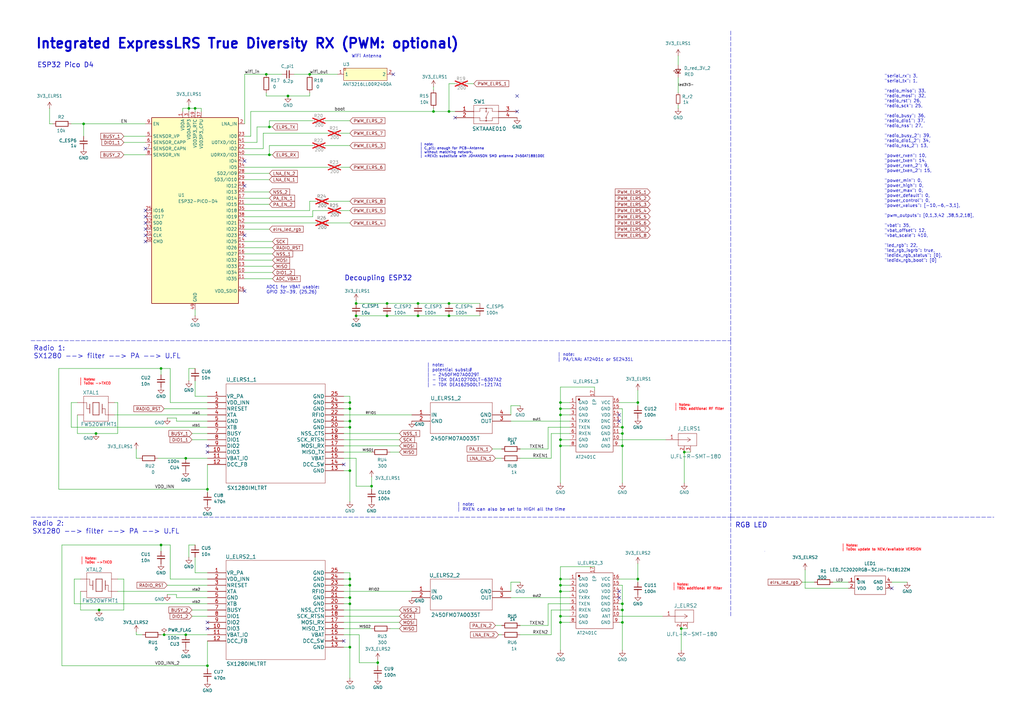
<source format=kicad_sch>
(kicad_sch (version 20231120) (generator "eeschema") (generator_version "8.0")
  (paper "A3")
  (junction (at 67.31 260.35))
  (junction (at 229.87 255.27))
  (junction (at 118.11 39.37))
  (junction (at 255.27 255.27))
  (junction (at 39.37 177.8))
  (junction (at 229.87 237.49))
  (junction (at 255.27 250.19))
  (junction (at 171.45 129.54))
  (junction (at 110.49 52.07))
  (junction (at 76.2 260.35))
  (junction (at 110.49 63.5))
  (junction (at 158.75 124.46))
  (junction (at 177.8 45.72))
  (junction (at 143.51 165.1))
  (junction (at 146.05 124.46))
  (junction (at 229.87 242.57))
  (junction (at 255.27 175.26))
  (junction (at 76.2 187.96))
  (junction (at 66.04 151.13))
  (junction (at 85.09 273.05))
  (junction (at 280.67 185.42))
  (junction (at 255.27 177.8))
  (junction (at 80.01 44.45))
  (junction (at 143.51 247.65))
  (junction (at 85.09 200.66))
  (junction (at 255.27 182.88))
  (junction (at 34.29 50.8))
  (junction (at 184.15 45.72))
  (junction (at 229.87 252.73))
  (junction (at 154.94 271.78))
  (junction (at 152.4 199.39))
  (junction (at 143.51 265.43))
  (junction (at 229.87 240.03))
  (junction (at 143.51 167.64))
  (junction (at 40.64 250.19))
  (junction (at 171.45 124.46))
  (junction (at 143.51 193.04))
  (junction (at 143.51 175.26))
  (junction (at 184.15 129.54))
  (junction (at 229.87 170.18))
  (junction (at 158.75 129.54))
  (junction (at 184.15 124.46))
  (junction (at 66.04 223.52))
  (junction (at 146.05 129.54))
  (junction (at 77.47 44.45))
  (junction (at 109.22 30.48))
  (junction (at 261.62 237.49))
  (junction (at 127 30.48))
  (junction (at 255.27 247.65))
  (junction (at 229.87 167.64))
  (junction (at 143.51 245.11))
  (junction (at 229.87 180.34))
  (junction (at 229.87 165.1))
  (junction (at 261.62 165.1))
  (junction (at 143.51 240.03))
  (junction (at 143.51 237.49))
  (junction (at 279.4 257.81))
  (junction (at 229.87 182.88))
  (junction (at 143.51 172.72))
  (no_connect (at 254 242.57))
  (no_connect (at 59.69 96.52))
  (no_connect (at 365.76 241.3))
  (no_connect (at 140.97 190.5))
  (no_connect (at 100.33 76.2))
  (no_connect (at 59.69 91.44))
  (no_connect (at 161.29 30.48))
  (no_connect (at 59.69 86.36))
  (no_connect (at 85.09 185.42))
  (no_connect (at 100.33 119.38))
  (no_connect (at 85.09 182.88))
  (no_connect (at 85.09 255.27))
  (no_connect (at 59.69 99.06))
  (no_connect (at 59.69 60.96))
  (no_connect (at 85.09 257.81))
  (no_connect (at 140.97 262.89))
  (no_connect (at 59.69 93.98))
  (no_connect (at 100.33 66.04))
  (no_connect (at 254 172.72))
  (no_connect (at 186.69 48.26))
  (no_connect (at 254 170.18))
  (no_connect (at 212.09 45.72))
  (no_connect (at 254 245.11))
  (no_connect (at 100.33 96.52))
  (no_connect (at 59.69 88.9))
  (no_connect (at 212.09 39.37))
  (wire (pts (xy 85.09 201.93) (xy 85.09 200.66)))
  (wire (pts (xy 224.79 175.26) (xy 224.79 184.15)))
  (wire (pts (xy 143.51 265.43) (xy 143.51 278.13)))
  (wire (pts (xy 139.7 68.58) (xy 143.51 68.58)))
  (wire (pts (xy 67.31 260.35) (xy 76.2 260.35)))
  (wire (pts (xy 254 247.65) (xy 255.27 247.65)))
  (wire (pts (xy 72.39 245.11) (xy 72.39 243.84)))
  (wire (pts (xy 229.87 198.12) (xy 229.87 182.88)))
  (wire (pts (xy 243.84 232.41) (xy 229.87 232.41)))
  (wire (pts (xy 254 167.64) (xy 255.27 167.64)))
  (wire (pts (xy 224.79 184.15) (xy 213.36 184.15)))
  (wire (pts (xy 85.09 273.05) (xy 25.4 273.05)))
  (wire (pts (xy 100.33 83.82) (xy 110.49 83.82)))
  (wire (pts (xy 194.31 34.29) (xy 191.77 34.29)))
  (wire (pts (xy 140.97 172.72) (xy 143.51 172.72)))
  (wire (pts (xy 55.88 259.08) (xy 55.88 260.35)))
  (wire (pts (xy 72.39 243.84) (xy 68.58 243.84)))
  (polyline (pts (xy 299.72 212.09) (xy 407.67 212.09)) (stroke (width 0) (type dash)))
  (wire (pts (xy 140.97 247.65) (xy 143.51 247.65)))
  (wire (pts (xy 55.88 184.15) (xy 55.88 187.96)))
  (wire (pts (xy 261.62 231.14) (xy 261.62 237.49)))
  (wire (pts (xy 85.09 260.35) (xy 76.2 260.35)))
  (wire (pts (xy 224.79 175.26) (xy 233.68 175.26)))
  (wire (pts (xy 229.87 255.27) (xy 233.68 255.27)))
  (wire (pts (xy 128.27 59.69) (xy 110.49 59.69)))
  (wire (pts (xy 127 39.37) (xy 127 38.1)))
  (wire (pts (xy 158.75 124.46) (xy 171.45 124.46)))
  (wire (pts (xy 46.99 170.18) (xy 85.09 170.18)))
  (wire (pts (xy 34.29 50.8) (xy 59.69 50.8)))
  (wire (pts (xy 48.26 242.57) (xy 85.09 242.57)))
  (wire (pts (xy 100.33 63.5) (xy 110.49 63.5)))
  (wire (pts (xy 152.4 200.66) (xy 152.4 199.39)))
  (wire (pts (xy 143.51 175.26) (xy 143.51 193.04)))
  (wire (pts (xy 224.79 247.65) (xy 233.68 247.65)))
  (wire (pts (xy 140.97 177.8) (xy 163.83 177.8)))
  (wire (pts (xy 100.33 78.74) (xy 110.49 78.74)))
  (wire (pts (xy 229.87 165.1) (xy 229.87 167.64)))
  (wire (pts (xy 233.68 237.49) (xy 229.87 237.49)))
  (wire (pts (xy 31.75 177.8) (xy 39.37 177.8)))
  (wire (pts (xy 77.47 156.21) (xy 77.47 151.13)))
  (wire (pts (xy 48.26 237.49) (xy 50.8 237.49)))
  (wire (pts (xy 255.27 177.8) (xy 255.27 182.88)))
  (wire (pts (xy 224.79 256.54) (xy 213.36 256.54)))
  (wire (pts (xy 224.79 247.65) (xy 224.79 256.54)))
  (wire (pts (xy 85.09 274.32) (xy 85.09 273.05)))
  (wire (pts (xy 140.97 242.57) (xy 168.91 242.57)))
  (wire (pts (xy 278.13 22.86) (xy 278.13 26.67)))
  (wire (pts (xy 229.87 252.73) (xy 229.87 255.27)))
  (wire (pts (xy 80.01 234.95) (xy 85.09 234.95)))
  (wire (pts (xy 85.09 262.89) (xy 85.09 273.05)))
  (wire (pts (xy 80.01 162.56) (xy 85.09 162.56)))
  (wire (pts (xy 140.97 187.96) (xy 146.05 187.96)))
  (wire (pts (xy 50.8 63.5) (xy 59.69 63.5)))
  (wire (pts (xy 69.85 165.1) (xy 69.85 151.13)))
  (wire (pts (xy 255.27 175.26) (xy 255.27 177.8)))
  (wire (pts (xy 177.8 45.72) (xy 177.8 44.45)))
  (wire (pts (xy 254 165.1) (xy 261.62 165.1)))
  (wire (pts (xy 134.62 91.44) (xy 143.51 91.44)))
  (wire (pts (xy 140.97 180.34) (xy 163.83 180.34)))
  (wire (pts (xy 143.51 172.72) (xy 143.51 175.26)))
  (wire (pts (xy 34.29 55.88) (xy 34.29 50.8)))
  (wire (pts (xy 50.8 55.88) (xy 59.69 55.88)))
  (wire (pts (xy 107.95 60.96) (xy 100.33 60.96)))
  (wire (pts (xy 209.55 166.37) (xy 213.36 166.37)))
  (wire (pts (xy 102.87 45.72) (xy 177.8 45.72)))
  (wire (pts (xy 77.47 43.18) (xy 77.47 44.45)))
  (wire (pts (xy 140.97 165.1) (xy 143.51 165.1)))
  (wire (pts (xy 72.39 172.72) (xy 72.39 171.45)))
  (wire (pts (xy 109.22 30.48) (xy 115.57 30.48)))
  (wire (pts (xy 184.15 129.54) (xy 196.85 129.54)))
  (wire (pts (xy 82.55 44.45) (xy 80.01 44.45)))
  (wire (pts (xy 85.09 200.66) (xy 24.13 200.66)))
  (wire (pts (xy 280.67 185.42) (xy 283.21 185.42)))
  (wire (pts (xy 279.4 257.81) (xy 281.94 257.81)))
  (wire (pts (xy 152.4 195.58) (xy 152.4 199.39)))
  (wire (pts (xy 330.2 233.68) (xy 330.2 241.3)))
  (wire (pts (xy 140.97 257.81) (xy 152.4 257.81)))
  (wire (pts (xy 226.06 177.8) (xy 233.68 177.8)))
  (wire (pts (xy 143.51 247.65) (xy 143.51 265.43)))
  (wire (pts (xy 85.09 172.72) (xy 72.39 172.72)))
  (wire (pts (xy 280.67 198.12) (xy 280.67 185.42)))
  (wire (pts (xy 66.04 260.35) (xy 67.31 260.35)))
  (wire (pts (xy 209.55 238.76) (xy 213.36 238.76)))
  (wire (pts (xy 140.97 260.35) (xy 147.32 260.35)))
  (wire (pts (xy 209.55 172.72) (xy 233.68 172.72)))
  (wire (pts (xy 229.87 237.49) (xy 229.87 240.03)))
  (wire (pts (xy 80.01 228.6) (xy 80.01 234.95)))
  (wire (pts (xy 140.97 193.04) (xy 143.51 193.04)))
  (wire (pts (xy 100.33 30.48) (xy 109.22 30.48)))
  (wire (pts (xy 24.13 200.66) (xy 24.13 151.13)))
  (wire (pts (xy 20.32 50.8) (xy 21.59 50.8)))
  (wire (pts (xy 140.97 167.64) (xy 143.51 167.64)))
  (wire (pts (xy 120.65 30.48) (xy 127 30.48)))
  (wire (pts (xy 77.47 151.13) (xy 80.01 151.13)))
  (wire (pts (xy 328.93 238.76) (xy 334.01 238.76)))
  (wire (pts (xy 254 255.27) (xy 255.27 255.27)))
  (wire (pts (xy 143.51 234.95) (xy 143.51 237.49)))
  (wire (pts (xy 184.15 45.72) (xy 186.69 45.72)))
  (wire (pts (xy 85.09 165.1) (xy 69.85 165.1)))
  (wire (pts (xy 105.41 52.07) (xy 105.41 58.42)))
  (wire (pts (xy 229.87 167.64) (xy 229.87 170.18)))
  (wire (pts (xy 55.88 260.35) (xy 58.42 260.35)))
  (wire (pts (xy 25.4 273.05) (xy 25.4 223.52)))
  (wire (pts (xy 140.97 162.56) (xy 143.51 162.56)))
  (polyline (pts (xy 299.72 139.7) (xy 299.72 212.09)) (stroke (width 0) (type dash)))
  (wire (pts (xy 147.32 271.78) (xy 154.94 271.78)))
  (wire (pts (xy 229.87 182.88) (xy 233.68 182.88)))
  (wire (pts (xy 102.87 55.88) (xy 102.87 45.72)))
  (wire (pts (xy 128.27 86.36) (xy 134.62 86.36)))
  (wire (pts (xy 255.27 247.65) (xy 255.27 250.19)))
  (wire (pts (xy 31.75 170.18) (xy 31.75 177.8)))
  (wire (pts (xy 100.33 106.68) (xy 111.76 106.68)))
  (wire (pts (xy 30.48 237.49) (xy 33.02 237.49)))
  (wire (pts (xy 255.27 240.03) (xy 255.27 247.65)))
  (wire (pts (xy 254 252.73) (xy 271.78 252.73)))
  (wire (pts (xy 154.94 273.05) (xy 154.94 271.78)))
  (wire (pts (xy 29.21 50.8) (xy 34.29 50.8)))
  (wire (pts (xy 100.33 109.22) (xy 111.76 109.22)))
  (wire (pts (xy 109.22 39.37) (xy 118.11 39.37)))
  (wire (pts (xy 100.33 93.98) (xy 110.49 93.98)))
  (wire (pts (xy 140.97 234.95) (xy 143.51 234.95)))
  (wire (pts (xy 140.97 245.11) (xy 143.51 245.11)))
  (wire (pts (xy 186.69 34.29) (xy 184.15 34.29)))
  (wire (pts (xy 255.27 167.64) (xy 255.27 175.26)))
  (wire (pts (xy 233.68 242.57) (xy 229.87 242.57)))
  (polyline (pts (xy 12.7 139.7) (xy 299.72 139.7)) (stroke (width 0) (type dash)))
  (wire (pts (xy 77.47 223.52) (xy 80.01 223.52)))
  (wire (pts (xy 134.62 82.55) (xy 143.51 82.55)))
  (wire (pts (xy 143.51 162.56) (xy 143.51 165.1)))
  (wire (pts (xy 143.51 245.11) (xy 143.51 247.65)))
  (wire (pts (xy 233.68 165.1) (xy 229.87 165.1)))
  (wire (pts (xy 203.2 187.96) (xy 205.74 187.96)))
  (wire (pts (xy 229.87 170.18) (xy 229.87 180.34)))
  (wire (pts (xy 85.09 237.49) (xy 69.85 237.49)))
  (wire (pts (xy 143.51 240.03) (xy 143.51 245.11)))
  (wire (pts (xy 203.2 256.54) (xy 205.74 256.54)))
  (wire (pts (xy 140.97 255.27) (xy 163.83 255.27)))
  (wire (pts (xy 118.11 39.37) (xy 127 39.37)))
  (wire (pts (xy 33.02 242.57) (xy 33.02 250.19)))
  (wire (pts (xy 29.21 175.26) (xy 85.09 175.26)))
  (wire (pts (xy 177.8 35.56) (xy 177.8 36.83)))
  (wire (pts (xy 100.33 68.58) (xy 134.62 68.58)))
  (wire (pts (xy 254 250.19) (xy 255.27 250.19)))
  (wire (pts (xy 134.62 54.61) (xy 107.95 54.61)))
  (wire (pts (xy 254 180.34) (xy 273.05 180.34)))
  (wire (pts (xy 127 82.55) (xy 129.54 82.55)))
  (wire (pts (xy 20.32 44.45) (xy 20.32 50.8)))
  (wire (pts (xy 110.49 59.69) (xy 110.49 63.5)))
  (wire (pts (xy 143.51 237.49) (xy 143.51 240.03)))
  (wire (pts (xy 255.27 255.27) (xy 255.27 266.7)))
  (wire (pts (xy 30.48 247.65) (xy 85.09 247.65)))
  (wire (pts (xy 77.47 44.45) (xy 80.01 44.45)))
  (wire (pts (xy 146.05 123.19) (xy 146.05 124.46)))
  (wire (pts (xy 254 175.26) (xy 255.27 175.26)))
  (wire (pts (xy 229.87 158.75) (xy 229.87 165.1)))
  (wire (pts (xy 143.51 59.69) (xy 133.35 59.69)))
  (wire (pts (xy 140.97 175.26) (xy 143.51 175.26)))
  (wire (pts (xy 74.93 45.72) (xy 74.93 44.45)))
  (wire (pts (xy 82.55 45.72) (xy 82.55 44.45)))
  (wire (pts (xy 330.2 241.3) (xy 347.98 241.3)))
  (wire (pts (xy 229.87 232.41) (xy 229.87 237.49)))
  (wire (pts (xy 78.74 177.8) (xy 85.09 177.8)))
  (wire (pts (xy 204.47 260.35) (xy 205.74 260.35)))
  (wire (pts (xy 160.02 257.81) (xy 163.83 257.81)))
  (wire (pts (xy 127 30.48) (xy 138.43 30.48)))
  (wire (pts (xy 365.76 238.76) (xy 372.11 238.76)))
  (wire (pts (xy 226.06 187.96) (xy 226.06 177.8)))
  (wire (pts (xy 143.51 54.61) (xy 139.7 54.61)))
  (wire (pts (xy 128.27 88.9) (xy 100.33 88.9)))
  (wire (pts (xy 229.87 180.34) (xy 229.87 182.88)))
  (wire (pts (xy 140.97 240.03) (xy 143.51 240.03)))
  (wire (pts (xy 100.33 58.42) (xy 105.41 58.42)))
  (wire (pts (xy 140.97 237.49) (xy 143.51 237.49)))
  (wire (pts (xy 100.33 71.12) (xy 110.49 71.12)))
  (wire (pts (xy 100.33 111.76) (xy 111.76 111.76)))
  (wire (pts (xy 243.84 158.75) (xy 229.87 158.75)))
  (wire (pts (xy 140.97 185.42) (xy 152.4 185.42)))
  (wire (pts (xy 233.68 240.03) (xy 229.87 240.03)))
  (wire (pts (xy 158.75 129.54) (xy 171.45 129.54)))
  (wire (pts (xy 261.62 237.49) (xy 261.62 238.76)))
  (wire (pts (xy 69.85 223.52) (xy 66.04 223.52)))
  (wire (pts (xy 201.93 184.15) (xy 205.74 184.15)))
  (wire (pts (xy 80.01 45.72) (xy 80.01 44.45)))
  (wire (pts (xy 64.77 187.96) (xy 76.2 187.96)))
  (wire (pts (xy 171.45 124.46) (xy 184.15 124.46)))
  (wire (pts (xy 50.8 58.42) (xy 59.69 58.42)))
  (wire (pts (xy 48.26 177.8) (xy 39.37 177.8)))
  (wire (pts (xy 85.09 190.5) (xy 85.09 200.66)))
  (wire (pts (xy 100.33 91.44) (xy 129.54 91.44)))
  (wire (pts (xy 50.8 250.19) (xy 40.64 250.19)))
  (wire (pts (xy 177.8 45.72) (xy 184.15 45.72)))
  (polyline (pts (xy 12.7 212.09) (xy 299.72 212.09)) (stroke (width 0) (type dash)))
  (wire (pts (xy 184.15 34.29) (xy 184.15 45.72)))
  (wire (pts (xy 209.55 242.57) (xy 209.55 238.76)))
  (wire (pts (xy 233.68 167.64) (xy 229.87 167.64)))
  (wire (pts (xy 48.26 165.1) (xy 48.26 177.8)))
  (wire (pts (xy 100.33 55.88) (xy 102.87 55.88)))
  (wire (pts (xy 146.05 199.39) (xy 152.4 199.39)))
  (wire (pts (xy 100.33 101.6) (xy 111.76 101.6)))
  (wire (pts (xy 128.27 49.53) (xy 110.49 49.53)))
  (wire (pts (xy 261.62 160.02) (xy 261.62 165.1)))
  (wire (pts (xy 68.58 240.03) (xy 85.09 240.03)))
  (wire (pts (xy 110.49 63.5) (xy 111.76 63.5)))
  (wire (pts (xy 100.33 30.48) (xy 100.33 50.8)))
  (wire (pts (xy 80.01 156.21) (xy 80.01 162.56)))
  (wire (pts (xy 100.33 114.3) (xy 111.76 114.3)))
  (wire (pts (xy 255.27 250.19) (xy 255.27 255.27)))
  (wire (pts (xy 72.39 171.45) (xy 68.58 171.45)))
  (wire (pts (xy 254 237.49) (xy 261.62 237.49)))
  (wire (pts (xy 78.74 250.19) (xy 85.09 250.19)))
  (wire (pts (xy 127 82.55) (xy 127 86.36)))
  (polyline (pts (xy 299.72 212.09) (xy 299.72 252.73)) (stroke (width 0) (type dash)))
  (wire (pts (xy 67.31 167.64) (xy 85.09 167.64)))
  (wire (pts (xy 109.22 38.1) (xy 109.22 39.37)))
  (wire (pts (xy 78.74 252.73) (xy 85.09 252.73)))
  (wire (pts (xy 254 182.88) (xy 255.27 182.88)))
  (wire (pts (xy 30.48 247.65) (xy 30.48 237.49)))
  (wire (pts (xy 154.94 270.51) (xy 154.94 271.78)))
  (wire (pts (xy 233.68 170.18) (xy 229.87 170.18)))
  (wire (pts (xy 69.85 151.13) (xy 66.04 151.13)))
  (wire (pts (xy 146.05 129.54) (xy 158.75 129.54)))
  (wire (pts (xy 209.55 170.18) (xy 209.55 166.37)))
  (wire (pts (xy 140.97 252.73) (xy 163.83 252.73)))
  (wire (pts (xy 229.87 266.7) (xy 229.87 255.27)))
  (wire (pts (xy 143.51 167.64) (xy 143.51 172.72)))
  (wire (pts (xy 100.33 99.06) (xy 111.76 99.06)))
  (wire (pts (xy 278.13 38.1) (xy 278.13 31.75)))
  (wire (pts (xy 226.06 250.19) (xy 233.68 250.19)))
  (wire (pts (xy 279.4 266.7) (xy 279.4 257.81)))
  (wire (pts (xy 110.49 49.53) (xy 110.49 52.07)))
  (wire (pts (xy 100.33 81.28) (xy 110.49 81.28)))
  (wire (pts (xy 140.97 170.18) (xy 168.91 170.18)))
  (wire (pts (xy 341.63 238.76) (xy 347.98 238.76)))
  (wire (pts (xy 33.02 250.19) (xy 40.64 250.19)))
  (wire (pts (xy 55.88 187.96) (xy 57.15 187.96)))
  (wire (pts (xy 66.04 151.13) (xy 66.04 153.67)))
  (wire (pts (xy 110.49 52.07) (xy 111.76 52.07)))
  (wire (pts (xy 85.09 245.11) (xy 72.39 245.11)))
  (wire (pts (xy 146.05 187.96) (xy 146.05 199.39)))
  (wire (pts (xy 146.05 124.46) (xy 158.75 124.46)))
  (wire (pts (xy 128.27 86.36) (xy 128.27 88.9)))
  (wire (pts (xy 25.4 223.52) (xy 66.04 223.52)))
  (wire (pts (xy 105.41 52.07) (xy 110.49 52.07)))
  (wire (pts (xy 229.87 240.03) (xy 229.87 242.57)))
  (wire (pts (xy 140.97 182.88) (xy 163.83 182.88)))
  (wire (pts (xy 140.97 250.19) (xy 163.83 250.19)))
  (polyline (pts (xy 313.69 226.06) (xy 313.69 226.06)))
  (polyline (pts (xy 299.72 12.7) (xy 299.72 139.7)) (stroke (width 0) (type dash)))
  (wire (pts (xy 261.62 165.1) (xy 261.62 166.37)))
  (wire (pts (xy 254 240.03) (xy 255.27 240.03)))
  (wire (pts (xy 74.93 44.45) (xy 77.47 44.45)))
  (wire (pts (xy 143.51 193.04) (xy 143.51 205.74)))
  (wire (pts (xy 160.02 185.42) (xy 163.83 185.42)))
  (wire (pts (xy 107.95 54.61) (xy 107.95 60.96)))
  (wire (pts (xy 66.04 223.52) (xy 66.04 226.06)))
  (wire (pts (xy 233.68 252.73) (xy 229.87 252.73)))
  (wire (pts (xy 233.68 180.34) (xy 229.87 180.34)))
  (wire (pts (xy 77.47 228.6) (xy 77.47 223.52)))
  (wire (pts (xy 184.15 124.46) (xy 196.85 124.46)))
  (wire (pts (xy 140.97 265.43) (xy 143.51 265.43)))
  (wire (pts (xy 278.13 44.45) (xy 278.13 43.18)))
  (wire (pts (xy 213.36 187.96) (xy 226.06 187.96)))
  (wire (pts (xy 147.32 260.35) (xy 147.32 271.78)))
  (wire (pts (xy 171.45 129.54) (xy 184.15 129.54)))
  (wire (pts (xy 213.36 260.35) (xy 226.06 260.35)))
  (wire (pts (xy 143.51 165.1) (xy 143.51 167.64)))
  (wire (pts (xy 139.7 86.36) (xy 143.51 86.36)))
  (wire (pts (xy 127 86.36) (xy 100.33 86.36)))
  (wire (pts (xy 80.01 127) (xy 80.01 129.54)))
  (wire (pts (xy 29.21 165.1) (xy 31.75 165.1)))
  (wire (pts (xy 24.13 151.13) (xy 66.04 151.13)))
  (wire (pts (xy 50.8 237.49) (xy 50.8 250.19)))
  (wire (pts (xy 77.47 44.45) (xy 77.47 45.72)))
  (wire (pts (xy 85.09 187.96) (xy 76.2 187.96)))
  (wire (pts (xy 226.06 260.35) (xy 226.06 250.19)))
  (wire (pts (xy 255.27 182.88) (xy 255.27 198.12)))
  (wire (pts (xy 69.85 237.49) (xy 69.85 223.52)))
  (wire (pts (xy 143.51 49.53) (xy 133.35 49.53)))
  (wire (pts (xy 100.33 73.66) (xy 110.49 73.66)))
  (wire (pts (xy 254 177.8) (xy 255.27 177.8)))
  (wire (pts (xy 100.33 104.14) (xy 111.76 104.14)))
  (wire (pts (xy 229.87 242.57) (xy 229.87 252.73)))
  (wire (pts (xy 29.21 175.26) (xy 29.21 165.1)))
  (wire (pts (xy 209.55 245.11) (xy 233.68 245.11)))
  (wire (pts (xy 78.74 180.34) (xy 85.09 180.34)))
  (wire (pts (xy 243.84 158.75) (xy 243.84 160.02)))
  (wire (pts (xy 46.99 165.1) (xy 48.26 165.1)))
  (text "ESP32 Pico D4" (at 15.24 27.94 0) (effects (font (size 2 2) (thickness 0.254) (bold yes)) (justify left bottom)))
  (text "| Notes:\n| ToDo: ->TXCO" (at 32.512 157.988 0) (effects (font (size 1 1) (bold yes)) (justify left bottom)))
  (text "| Notes:\n| TBD: additional RF filter" (at 275.844 242.062 0) (effects (font (size 1 1) (bold yes)) (justify left bottom)))
  (text "| note: \n| PA/LNA: AT2401c or SE2431L" (at 228.6 148.336 0) (effects (font (size 1.27 1.27)) (justify left bottom)))
  (text "| note:\n| potential subst:#\n| - 2450FM07A0029T\n| - TDK DEA102700LT-6307A2\n| - TDK DEA162500LT-1217A1" (at 175.006 158.75 0) (effects (font (size 1.27 1.27)) (justify left bottom)))
  (text "WiFi Antenna" (at 150.368 23.114 0) (effects (font (size 1.27 1.27))))
  (text "| note:\n| C_pi1: enough for PCB-Antenna\n| without matching network.\n| <REV2: substitute with JOHANSON SMD antenna 2450AT18B100E" (at 172.212 64.77 0) (effects (font (size 1 1)) (justify left bottom)))
  (text "ADC1 for VBAT usable:\nGPIO 32-39, (25,26)" (at 109.22 120.65 0) (effects (font (size 1.27 1.27)) (justify left bottom)))
  (text "| Notes:\n| ToDo: update to NEW/available VERSION" (at 345.186 226.06 0) (effects (font (size 1 1) (bold yes)) (justify left bottom)))
  (text "Radio 2: \nSX1280 --> filter --> PA --> U.FL" (at 13.208 219.202 0) (effects (font (size 2 2) (thickness 0.2) (bold yes)) (justify left bottom)))
  (text "    \"serial_rx\": 3,\n    \"serial_tx\": 1,\n\n    \"radio_miso\": 33,\n    \"radio_mosi\": 32,\n    \"radio_rst\": 26,\n    \"radio_sck\": 25,\n\n    \"radio_busy\": 36,\n    \"radio_dio1\": 37,\n    \"radio_nss\": 27,\n\n    \"radio_busy_2\": 39,\n    \"radio_dio1_2\": 34,\n    \"radio_nss_2\": 13,\n\n    \"power_rxen\": 10,\n    \"power_txen\": 14,\n    \"power_rxen_2\": 9,\n    \"power_txen_2\": 15,\n\n    \"power_min\": 0,\n    \"power_high\": 0,\n    \"power_max\": 0,\n    \"power_default\": 0,\n    \"power_control\": 0,\n    \"power_values\": [-10,-6,-3,1],\n\n    \"pwm_outputs\": [0,1,3,42 ,38,5,2,18],\n\n    \"vbat\": 35,\n    \"vbat_offset\": 12,\n    \"vbat_scale\": 410,\n\n    \"led_rgb\": 22,\n    \"led_rgb_isgrb\": true,\n    \"ledidx_rgb_status\": [0],\n    \"ledidx_rgb_boot\": [0]" (at 358.902 107.696 0) (effects (font (size 1.27 1.27)) (justify left bottom)))
  (text "| note: \n| RXEN can also be set to HIGH all the time" (at 187.452 209.804 0) (effects (font (size 1.27 1.27)) (justify left bottom)))
  (text "Decoupling ESP32" (at 141.224 115.316 0) (effects (font (size 2 2) (thickness 0.254) (bold yes)) (justify left bottom)))
  (text "Integrated ExpressLRS True Diversity RX (PWM: optional)" (at 14.478 20.32 0) (effects (font (size 4 4) (thickness 0.8) (bold yes)) (justify left bottom)))
  (text "| Notes:\n| TBD: additional RF filter" (at 276.606 168.402 0) (effects (font (size 1 1) (bold yes)) (justify left bottom)))
  (text "Radio 1: \nSX1280 --> filter --> PA --> U.FL" (at 13.716 147.32 0) (effects (font (size 2 2) (thickness 0.2) (bold yes)) (justify left bottom)))
  (text "RGB LED" (at 301.498 216.662 0) (effects (font (size 2 2) (thickness 0.254) (bold yes)) (justify left bottom)))
  (text "| Notes:\n| ToDo: ->TXCO" (at 33.02 231.394 0) (effects (font (size 1 1) (bold yes)) (justify left bottom)))
  (label "out2" (at 218.44 245.11 0) (effects (font (size 1 1))))
  (label "wifi_in" (at 100.33 30.48 0))
  (label "LED" (at 342.9 238.76 0) (effects (font (size 1 1))))
  (label "RXEN2" (at 218.44 260.35 0))
  (label "boot" (at 137.16 45.72 0))
  (label "RFIO1" (at 149.86 170.18 0) (effects (font (size 1 1))))
  (label "wifi_out" (at 127 30.48 0))
  (label "TXEN1" (at 217.17 184.15 0))
  (label "MISO1" (at 148.59 185.42 0) (effects (font (size 1 1))))
  (label "RFIO2" (at 151.13 242.57 0) (effects (font (size 1 1))))
  (label "xtb1" (at 78.74 175.26 0) (effects (font (size 1 1))))
  (label "xtb2" (at 78.74 247.65 0) (effects (font (size 1 1))))
  (label "EN" (at 49.53 50.8 0))
  (label "VDD_INN" (at 63.5 200.66 0))
  (label "MISO2" (at 147.32 257.81 0) (effects (font (size 1 1))))
  (label "xta2" (at 78.74 242.57 0) (effects (font (size 1 1))))
  (label "led3V3-" (at 278.13 35.56 0) (effects (font (size 1 1))))
  (label "TXEN2" (at 217.17 256.54 0))
  (label "VDD_INN_2" (at 63.5 273.05 0))
  (label "RXEN1" (at 218.44 187.96 0))
  (label "xta1" (at 78.74 170.18 0) (effects (font (size 1 1))))
  (label "out1" (at 218.44 172.72 0) (effects (font (size 1 1))))
  (global_label "RADIO_RST" (shape input) (at 68.58 240.03 180) (property "Intersheetrefs" "${INTERSHEET_REFS}" (effects (hide yes))))
  (global_label "PWM_ELRS_4" (shape input) (at 143.51 91.44 0) (property "Intersheetrefs" "${INTERSHEET_REFS}" (effects (hide yes))))
  (global_label "PA_EN_2" (shape input) (at 203.2 256.54 180) (property "Intersheetrefs" "${INTERSHEET_REFS}" (effects (hide yes))))
  (global_label "MOSI" (shape input) (at 163.83 182.88 0) (property "Intersheetrefs" "${INTERSHEET_REFS}" (effects (hide yes))))
  (global_label "ADC_VBAT" (shape input) (at 111.76 114.3 0) (property "Intersheetrefs" "${INTERSHEET_REFS}" (effects (hide yes))))
  (global_label "SCK" (shape input) (at 111.76 99.06 0) (property "Intersheetrefs" "${INTERSHEET_REFS}" (effects (hide yes))))
  (global_label "LNA_EN_2" (shape input) (at 110.49 71.12 0) (property "Intersheetrefs" "${INTERSHEET_REFS}" (effects (hide yes))))
  (global_label "PWM_ELRS_7" (shape input) (at 143.51 54.61 0) (property "Intersheetrefs" "${INTERSHEET_REFS}" (effects (hide yes))))
  (global_label "PWM_ELRS_4" (shape input) (at 266.7 86.36 180) (property "Intersheetrefs" "${INTERSHEET_REFS}" (effects (hide yes))))
  (global_label "PWM_ELRS_2" (shape input) (at 143.51 49.53 0) (property "Intersheetrefs" "${INTERSHEET_REFS}" (effects (hide yes))))
  (global_label "PWM_ELRS_1" (shape input) (at 194.31 34.29 0) (property "Intersheetrefs" "${INTERSHEET_REFS}" (effects (hide yes))))
  (global_label "PWM_ELRS_7" (shape input) (at 266.7 93.98 180) (property "Intersheetrefs" "${INTERSHEET_REFS}" (effects (hide yes))))
  (global_label "elrs_led_rgb" (shape input) (at 110.49 93.98 0) (property "Intersheetrefs" "${INTERSHEET_REFS}" (effects (hide yes))))
  (global_label "RADIO_RST" (shape input) (at 67.31 167.64 180) (property "Intersheetrefs" "${INTERSHEET_REFS}" (effects (hide yes))))
  (global_label "PWM_ELRS_5" (shape input) (at 266.7 88.9 180) (property "Intersheetrefs" "${INTERSHEET_REFS}" (effects (hide yes))))
  (global_label "PWM_ELRS_8" (shape input) (at 266.7 96.52 180) (property "Intersheetrefs" "${INTERSHEET_REFS}" (effects (hide yes))))
  (global_label "MISO" (shape input) (at 111.76 109.22 0) (property "Intersheetrefs" "${INTERSHEET_REFS}" (effects (hide yes))))
  (global_label "PWM_ELRS_8" (shape input) (at 143.51 82.55 0) (property "Intersheetrefs" "${INTERSHEET_REFS}" (effects (hide yes))))
  (global_label "BUSY_1" (shape input) (at 50.8 55.88 180) (property "Intersheetrefs" "${INTERSHEET_REFS}" (effects (hide yes))))
  (global_label "NSS_1" (shape input) (at 111.76 104.14 0) (property "Intersheetrefs" "${INTERSHEET_REFS}" (effects (hide yes))))
  (global_label "PWM_ELRS_5" (shape input) (at 143.51 86.36 0) (property "Intersheetrefs" "${INTERSHEET_REFS}" (effects (hide yes))))
  (global_label "PWM_ELRS_1" (shape input) (at 266.7 78.74 180) (property "Intersheetrefs" "${INTERSHEET_REFS}" (effects (hide yes))))
  (global_label "PWM_ELRS_2" (shape input) (at 266.7 81.28 180) (property "Intersheetrefs" "${INTERSHEET_REFS}" (effects (hide yes))))
  (global_label "elrs_led_rgb" (shape input) (at 328.93 238.76 180) (property "Intersheetrefs" "${INTERSHEET_REFS}" (effects (hide yes))))
  (global_label "DIO1_2" (shape input) (at 111.76 111.76 0) (property "Intersheetrefs" "${INTERSHEET_REFS}" (effects (hide yes))))
  (global_label "MOSI" (shape input) (at 163.83 255.27 0) (property "Intersheetrefs" "${INTERSHEET_REFS}" (effects (hide yes))))
  (global_label "RADIO_RST" (shape input) (at 111.76 101.6 0) (property "Intersheetrefs" "${INTERSHEET_REFS}" (effects (hide yes))))
  (global_label "BUSY_2" (shape input) (at 78.74 250.19 180) (property "Intersheetrefs" "${INTERSHEET_REFS}" (effects (hide yes))))
  (global_label "PWM_ELRS_3" (shape input) (at 266.7 83.82 180) (property "Intersheetrefs" "${INTERSHEET_REFS}" (effects (hide yes))))
  (global_label "PWM_ELRS_3" (shape input) (at 143.51 59.69 0) (property "Intersheetrefs" "${INTERSHEET_REFS}" (effects (hide yes))))
  (global_label "BUSY_1" (shape input) (at 78.74 177.8 180) (property "Intersheetrefs" "${INTERSHEET_REFS}" (effects (hide yes))))
  (global_label "MOSI" (shape input) (at 111.76 106.68 0) (property "Intersheetrefs" "${INTERSHEET_REFS}" (effects (hide yes))))
  (global_label "PA_EN_2" (shape input) (at 110.49 83.82 0) (property "Intersheetrefs" "${INTERSHEET_REFS}" (effects (hide yes))))
  (global_label "ELRS_RX" (shape input) (at 111.76 63.5 0) (property "Intersheetrefs" "${INTERSHEET_REFS}" (effects (hide yes))))
  (global_label "LNA_EN_1" (shape input) (at 110.49 73.66 0) (property "Intersheetrefs" "${INTERSHEET_REFS}" (effects (hide yes))))
  (global_label "LNA_EN_2" (shape input) (at 204.47 260.35 180) (property "Intersheetrefs" "${INTERSHEET_REFS}" (effects (hide yes))))
  (global_label "SCK" (shape input) (at 163.83 252.73 0) (property "Intersheetrefs" "${INTERSHEET_REFS}" (effects (hide yes))))
  (global_label "BUSY_2" (shape input) (at 50.8 63.5 180) (property "Intersheetrefs" "${INTERSHEET_REFS}" (effects (hide yes))))
  (global_label "MISO" (shape input) (at 163.83 185.42 0) (property "Intersheetrefs" "${INTERSHEET_REFS}" (effects (hide yes))))
  (global_label "SCK" (shape input) (at 163.83 180.34 0) (property "Intersheetrefs" "${INTERSHEET_REFS}" (effects (hide yes))))
  (global_label "LNA_EN_1" (shape input) (at 203.2 187.96 180) (property "Intersheetrefs" "${INTERSHEET_REFS}" (effects (hide yes))))
  (global_label "DIO1_1" (shape input) (at 50.8 58.42 180) (property "Intersheetrefs" "${INTERSHEET_REFS}" (effects (hide yes))))
  (global_label "DIO1_2" (shape input) (at 78.74 252.73 180) (property "Intersheetrefs" "${INTERSHEET_REFS}" (effects (hide yes))))
  (global_label "NSS_2" (shape input) (at 110.49 78.74 0) (property "Intersheetrefs" "${INTERSHEET_REFS}" (effects (hide yes))))
  (global_label "NSS_1" (shape input) (at 163.83 177.8 0) (property "Intersheetrefs" "${INTERSHEET_REFS}" (effects (hide yes))))
  (global_label "NSS_2" (shape input) (at 163.83 250.19 0) (property "Intersheetrefs" "${INTERSHEET_REFS}" (effects (hide yes))))
  (global_label "PWM_ELRS_6" (shape input) (at 266.7 91.44 180) (property "Intersheetrefs" "${INTERSHEET_REFS}" (effects (hide yes))))
  (global_label "PA_EN_1" (shape input) (at 201.93 184.15 180) (property "Intersheetrefs" "${INTERSHEET_REFS}" (effects (hide yes))))
  (global_label "PWM_ELRS_6" (shape input) (at 143.51 68.58 0) (property "Intersheetrefs" "${INTERSHEET_REFS}" (effects (hide yes))))
  (global_label "PA_EN_1" (shape input) (at 110.49 81.28 0) (property "Intersheetrefs" "${INTERSHEET_REFS}" (effects (hide yes))))
  (global_label "ELRS_TX" (shape input) (at 111.76 52.07 0) (property "Intersheetrefs" "${INTERSHEET_REFS}" (effects (hide yes))))
  (global_label "MISO" (shape input) (at 163.83 257.81 0) (property "Intersheetrefs" "${INTERSHEET_REFS}" (effects (hide yes))))
  (global_label "DIO1_1" (shape input) (at 78.74 180.34 180) (property "Intersheetrefs" "${INTERSHEET_REFS}" (effects (hide yes))))
  (symbol (lib_id "Device:C_Small") (at 85.09 276.86 0) (unit 1)
    (property "Reference" "CU7" (at 87.63 275.59 0) (effects (justify left)))
    (property "Value" "470n" (at 87.63 278.13 0) (effects (justify left)))
    (property "Footprint" "Capacitor_SMD:C_0402_1005Metric" (effects (hide yes)))
    (property "LCSC Part #" "C47339" (effects (hide yes)))
    (property "JLCPCB BOM" "xx" (effects (hide yes)))
  )
  (symbol (lib_id "Device:C_Small") (at 146.05 127 0) (unit 1)
    (property "Reference" "C_ESP1" (at 148.336 125.476 0) (effects (justify left)))
    (property "Value" "10u" (at 151.892 128.27 0) (effects (justify right)))
    (property "Footprint" "Capacitor_SMD:C_0603_1608Metric" (effects (hide yes)))
    (property "LCSC Part #" "C96446" (effects (hide yes)))
    (property "JLCPCB BOM" "xx" (effects (hide yes)))
  )
  (symbol (lib_id "Device:R") (at 156.21 185.42 90) (unit 1)
    (property "Reference" "RU4" (at 158.75 188.595 90) (effects (justify left)))
    (property "Value" "300" (at 158.75 191.1349 90) (effects (justify left)))
    (property "Footprint" "Resistor_SMD:R_0402_1005Metric" (effects (hide yes)))
    (property "JLCPCB BOM" "xx" (effects (hide yes)))
    (property "LCSC Part #" "C25102" (effects (hide yes)))
  )
  (symbol (lib_id "pushbutton small:SKTAAAE010") (at 186.69 45.72 0) (unit 1)
    (property "Reference" "SW1" (at 196.596 41.656 0) (effects (font (size 1.524 1.524))))
    (property "Value" "SKTAAAE010" (at 200.66 52.832 0) (effects (font (size 1.524 1.524))))
    (property "Footprint" "pushbutton small:SKTAAAE010" (effects (hide yes)))
    (property "LCSC Part #" "C358616" (effects (hide yes)))
    (property "JLCPCB BOM" "xx" (effects (hide yes)))
  )
  (symbol (lib_id "Device:C_Small") (at 85.09 204.47 0) (unit 1)
    (property "Reference" "CU8" (at 87.63 203.2 0) (effects (justify left)))
    (property "Value" "470n" (at 87.63 205.74 0) (effects (justify left)))
    (property "Footprint" "Capacitor_SMD:C_0402_1005Metric" (effects (hide yes)))
    (property "LCSC Part #" "C47339" (effects (hide yes)))
    (property "JLCPCB BOM" "xx" (effects (hide yes)))
  )
  (symbol (lib_id "power:GND") (at 80.01 129.54 0) (unit 1)
    (property "Reference" "#PWR081" (effects (hide yes)))
    (property "Value" "GND" (at 80.01 133.35 0))
  )
  (symbol (lib_id "custom_Library:3V3_ELRS2") (at 261.62 231.14 0) (unit 1)
    (property "Reference" "#PWR0116" (effects (hide yes)))
    (property "Value" "3V3_ELRS2" (at 261.62 226.822 0))
    (property "Description" "Power symbol creates a global label with name \"3V3_ELRS2\"" (effects (hide yes)))
  )
  (symbol (lib_id "Device:C_Small") (at 66.04 228.6 0) (unit 1)
    (property "Reference" "CU1" (at 57.785 227.33 0) (effects (justify left)))
    (property "Value" "10n" (at 57.785 229.87 0) (effects (justify left)))
    (property "Footprint" "Capacitor_SMD:C_0402_1005Metric" (effects (hide yes)))
    (property "LCSC Part #" "C15195" (effects (hide yes)))
    (property "JLCPCB BOM" "xx" (effects (hide yes)))
  )
  (symbol (lib_id "Device:R") (at 337.82 238.76 90) (unit 1)
    (property "Reference" "R1" (at 339.09 234.3151 90) (effects (justify left)))
    (property "Value" "300" (at 339.09 236.855 90) (effects (justify left)))
    (property "Footprint" "Resistor_SMD:R_0603_1608Metric" (effects (hide yes)))
    (property "Description" "Resistor" (effects (hide yes)))
    (property "JLCPCB BOM" "xx" (effects (hide yes)))
    (property "LCSC Part #" "C23025" (effects (hide yes)))
  )
  (symbol (lib_id "Device:R") (at 209.55 184.15 90) (unit 1)
    (property "Reference" "RU7" (at 212.09 180.34 90) (effects (justify left)))
    (property "Value" "1k" (at 211.455 181.61 90) (effects (justify left)))
    (property "Footprint" "Resistor_SMD:R_0402_1005Metric" (effects (hide yes)))
    (property "JLCPCB BOM" "xx" (effects (hide yes)))
    (property "LCSC Part #" "C11702" (effects (hide yes)))
  )
  (symbol (lib_id "Device:C_Small") (at 118.11 30.48 90) (unit 1)
    (property "Reference" "C_pi1" (at 120.65 27.178 90) (effects (justify left)))
    (property "Value" "6.2p" (at 120.396 33.274 90) (effects (justify left)))
    (property "Footprint" "Capacitor_SMD:C_0603_1608Metric" (effects (hide yes)))
    (property "LCSC Part #" "C41744" (effects (hide yes)))
    (property "AVAILABILITY" "ext" (effects (hide yes)))
    (property "JLCPCB BOM" "xx" (effects (hide yes)))
  )
  (symbol (lib_id "custom_Library:ANT3216LL00R2400A") (at 151.13 30.48 0) (unit 1)
    (property "Reference" "U3" (at 141.986 26.416 0))
    (property "Value" "ANT3216LL00R2400A" (at 150.622 34.544 0))
    (property "Footprint" "custom_Library:ANT-SMD_L3.2-W1.6" (effects (hide yes)))
    (property "Datasheet" "https://lcsc.com/product-detail/Others_YAGEO-ANT3216LL00R2400A_C293767.html" (effects (hide yes)))
    (property "LCSC Part" "C293767" (effects (hide yes)))
  )
  (symbol (lib_id "Device:C_Small") (at 152.4 203.2 0) (unit 1)
    (property "Reference" "CU10" (at 154.94 201.93 0) (effects (justify left)))
    (property "Value" "100n" (at 154.94 204.47 0) (effects (justify left)))
    (property "Footprint" "Capacitor_SMD:C_0402_1005Metric" (effects (hide yes)))
    (property "LCSC Part #" "C1525" (effects (hide yes)))
    (property "JLCPCB BOM" "xx" (effects (hide yes)))
  )
  (symbol (lib_id "custom_Library:AT2401C") (at 243.84 246.38 0) (unit 1)
    (property "Reference" "U_ELRS2_3" (at 242.062 230.886 0))
    (property "Value" "AT2401C" (at 240.792 259.588 0))
    (property "Footprint" "custom_Library:AT2401C_QFN-16_L3.0-W3.0-P0.50-BL-EP1.7" (effects (hide yes)))
    (property "SuppliersPartNumber" "C783588" (effects (hide yes)))
    (property "uuid" "std:560640e944cc44758418769481d5c8ce" (effects (hide yes)))
    (property "AVAILABILITY" "0.3$" (effects (hide yes)))
    (property "JLCPCB BOM" "xx" (effects (hide yes)))
    (property "LCSC Part #" "C783588" (effects (hide yes)))
  )
  (symbol (lib_id "crystal 52MHz:FW520WFMT1") (at 33.02 237.49 0) (unit 1)
    (property "Reference" "XTAL2" (at 38.608 233.68 0) (effects (font (size 1.524 1.524))))
    (property "Value" "FW520WFMT1" (at 41.148 246.38 0) (effects (font (size 1.524 1.524))))
    (property "Footprint" "crystal 52mhz:FW520WFMT1" (effects (hide yes)))
    (property "AVAILABILITY" "0.21$" (effects (hide yes)))
    (property "JLCPCB BOM" "--" (effects (hide yes)))
    (property "LCSC Part #" "C1986193" (effects (hide yes)))
  )
  (symbol (lib_id "custom_Library:3V3_ELRS1") (at 278.13 22.86 0) (unit 1)
    (property "Reference" "#PWR080" (effects (hide yes)))
    (property "Value" "3V3_ELRS1" (at 278.13 17.78 0))
    (property "Description" "Power symbol creates a global label with name \"3V3_ELRS1\"" (effects (hide yes)))
  )
  (symbol (lib_id "Device:R") (at 60.96 187.96 90) (unit 1)
    (property "Reference" "RU2" (at 63.5 191.135 90) (effects (justify left)))
    (property "Value" "0" (at 63.5 193.6749 90) (effects (justify left)))
    (property "Footprint" "Resistor_SMD:R_0402_1005Metric" (effects (hide yes)))
    (property "LCSC Part #" "C17168" (effects (hide yes)))
    (property "JLCPCB BOM" "xx" (effects (hide yes)))
  )
  (symbol (lib_id "power:GND") (at 143.51 205.74 0) (unit 1)
    (property "Reference" "#PWR0103" (effects (hide yes)))
    (property "Value" "GND" (at 143.51 209.55 0))
  )
  (symbol (lib_id "Device:R") (at 177.8 40.64 0) (mirror y) (unit 1)
    (property "Reference" "R15" (at 175.895 39.37 0) (effects (justify left)))
    (property "Value" "10k" (at 175.895 41.9099 0) (effects (justify left)))
    (property "Footprint" "Resistor_SMD:R_0402_1005Metric" (effects (hide yes)))
    (property "JLCPCB BOM" "xx" (effects (hide yes)))
    (property "LCSC Part #" "C25744" (effects (hide yes)))
  )
  (symbol (lib_id "Device:R_Small") (at 278.13 40.64 180) (unit 1)
    (property "Reference" "R_r2" (at 281.94 39.624 0))
    (property "Value" "1k" (at 281.305 41.91 0))
    (property "Footprint" "Resistor_SMD:R_0603_1608Metric_Pad0.98x0.95mm_HandSolder" (effects (hide yes)))
    (property "Description" "Resistor, small symbol" (effects (hide yes)))
    (property "Arrow Part Number" "xx" (effects (hide yes)))
    (property "MANUFACTURER" "0" (effects (hide yes)))
    (property "# Footprint checked" "-" (effects (hide yes)))
    (property "# Value checked" "-" (effects (hide yes)))
    (property "#LCSC Check" "-" (effects (hide yes)))
    (property "Price" "-" (effects (hide yes)))
  )
  (symbol (lib_id "Device:C_Small") (at 154.94 275.59 0) (unit 1)
    (property "Reference" "CU9" (at 157.48 274.32 0) (effects (justify left)))
    (property "Value" "100n" (at 157.48 276.86 0) (effects (justify left)))
    (property "Footprint" "Capacitor_SMD:C_0402_1005Metric" (effects (hide yes)))
    (property "LCSC Part #" "C1525" (effects (hide yes)))
    (property "JLCPCB BOM" "xx" (effects (hide yes)))
  )
  (symbol (lib_id "Device:C_Small") (at 196.85 127 0) (unit 1)
    (property "Reference" "C_ESP5" (at 199.39 125.73 0) (effects (justify left)))
    (property "Value" "100n" (at 199.39 128.27 0) (effects (justify left)))
    (property "Footprint" "Capacitor_SMD:C_0402_1005Metric" (effects (hide yes)))
    (property "LCSC Part #" "C1525" (effects (hide yes)))
    (property "JLCPCB BOM" "xx" (effects (hide yes)))
  )
  (symbol (lib_id "power:GND") (at 40.64 250.19 0) (unit 1)
    (property "Reference" "#PWR089" (effects (hide yes)))
    (property "Value" "GND" (at 40.64 254 0))
  )
  (symbol (lib_id "power:GND") (at 278.13 44.45 0) (unit 1)
    (property "Reference" "#PWR083" (effects (hide yes)))
    (property "Value" "GND" (at 278.13 48.26 0))
    (property "Description" "Power symbol creates a global label with name \"GND\" , ground" (effects (hide yes)))
  )
  (symbol (lib_id "Device:R") (at 209.55 187.96 90) (unit 1)
    (property "Reference" "RU8" (at 212.09 191.135 90) (effects (justify left)))
    (property "Value" "1k" (at 212.09 193.6749 90) (effects (justify left)))
    (property "Footprint" "Resistor_SMD:R_0402_1005Metric" (effects (hide yes)))
    (property "JLCPCB BOM" "xx" (effects (hide yes)))
    (property "LCSC Part #" "C11702" (effects (hide yes)))
  )
  (symbol (lib_id "Device:R") (at 109.22 34.29 0) (mirror y) (unit 1)
    (property "Reference" "R17" (at 114.808 33.02 0) (effects (justify left)))
    (property "Value" "0" (at 113.284 35.56 0) (effects (justify left)))
    (property "Footprint" "Resistor_SMD:R_0402_1005Metric" (effects (hide yes)))
    (property "LCSC Part #" "C17168" (effects (hide yes)))
  )
  (symbol (lib_id "power:GND") (at 261.62 171.45 0) (unit 1)
    (property "Reference" "#PWR0119" (effects (hide yes)))
    (property "Value" "GND" (at 261.62 175.26 0))
  )
  (symbol (lib_id "power:GND") (at 118.11 39.37 0) (unit 1)
    (property "Reference" "#PWR084" (effects (hide yes)))
    (property "Value" "GND" (at 118.11 43.18 0))
  )
  (symbol (lib_id "Device:R") (at 127 34.29 0) (mirror y) (unit 1)
    (property "Reference" "R18" (at 132.588 33.02 0) (effects (justify left)))
    (property "Value" "0" (at 131.064 35.56 0) (effects (justify left)))
    (property "Footprint" "Resistor_SMD:R_0402_1005Metric" (effects (hide yes)))
    (property "LCSC Part #" "C17168" (effects (hide yes)))
  )
  (symbol (lib_id "power:GND") (at 168.91 172.72 0) (unit 1)
    (property "Reference" "#PWR0109" (effects (hide yes)))
    (property "Value" "GND" (at 172.085 173.99 0))
  )
  (symbol (lib_id "Device:LED_Small") (at 278.13 29.21 90) (unit 1)
    (property "Reference" "D_red_3V_2" (at 280.543 27.94 90) (effects (justify right)))
    (property "Value" "RED" (at 280.67 30.48 90) (effects (justify right)))
    (property "Footprint" "LED_SMD:LED_0603_1608Metric" (effects (hide yes)))
    (property "Description" "Light emitting diode, small symbol" (effects (hide yes)))
    (property "Arrow Part Number" "xx" (effects (hide yes)))
    (property "MANUFACTURER" "0" (effects (hide yes)))
    (property "# Footprint checked" "-" (effects (hide yes)))
    (property "# Value checked" "-" (effects (hide yes)))
    (property "#LCSC Check" "-" (effects (hide yes)))
    (property "#LCSC Part" "C2286" (effects (hide yes)))
    (property "Price" "-" (effects (hide yes)))
  )
  (symbol (lib_id "power:GND") (at 279.4 266.7 0) (unit 1)
    (property "Reference" "#PWR0120" (effects (hide yes)))
    (property "Value" "GND" (at 279.4 270.51 0))
  )
  (symbol (lib_id "power:GND") (at 255.27 266.7 0) (unit 1)
    (property "Reference" "#PWR0114" (effects (hide yes)))
    (property "Value" "GND" (at 255.27 270.51 0))
  )
  (symbol (lib_id "custom_Library:3V3_ELRS1") (at 177.8 35.56 0) (unit 1)
    (property "Reference" "#PWR087" (effects (hide yes)))
    (property "Value" "3V3_ELRS1" (at 178.308 31.496 0))
    (property "Description" "Power symbol creates a global label with name \"3V3_ELRS1\"" (effects (hide yes)))
  )
  (symbol (lib_id "Device:R_Small") (at 132.08 82.55 90) (unit 1) (dnp yes)
    (property "Reference" "R24" (at 133.858 80.518 90) (effects (justify left)))
    (property "Value" "200" (at 134.112 84.328 90) (effects (justify left)))
    (property "Footprint" "Resistor_SMD:R_0402_1005Metric" (effects (hide yes)))
    (property "LCSC Part #" "C25087" (effects (hide yes)))
    (property "JLCPCB BOM" "xx" (effects (hide yes)))
  )
  (symbol (lib_id "custom_Library:U.FL-R-SMT-180") (at 273.05 180.34 0) (unit 1)
    (property "Reference" "J_ELRS1" (at 277.876 175.768 0) (effects (font (size 1.524 1.524)) (justify left)))
    (property "Value" "U.FL-R-SMT-180" (at 274.828 187.198 0) (effects (font (size 1.524 1.524)) (justify left)))
    (property "Footprint" "CONN1_U.FL-R-SMT-180_HIR" (effects (hide yes)))
    (property "LCSC Part #" "C88374" (effects (hide yes)))
    (property "JLCPCB BOM" "xx" (effects (hide yes)))
  )
  (symbol (lib_id "power:GND") (at 39.37 177.8 0) (unit 1)
    (property "Reference" "#PWR088" (effects (hide yes)))
    (property "Value" "GND" (at 36.195 179.705 0))
  )
  (symbol (lib_id "power:GND") (at 261.62 243.84 0) (unit 1)
    (property "Reference" "#PWR0117" (effects (hide yes)))
    (property "Value" "GND" (at 261.62 247.65 0))
  )
  (symbol (lib_id "custom_Library:3V3_ELRS1") (at 146.05 123.19 0) (unit 1)
    (property "Reference" "#PWR082" (effects (hide yes)))
    (property "Value" "3V3_ELRS1" (at 146.558 119.38 0))
    (property "Description" "Power symbol creates a global label with name \"3V3_ELRS1\"" (effects (hide yes)))
  )
  (symbol (lib_id "power:GND") (at 255.27 198.12 0) (unit 1)
    (property "Reference" "#PWR0115" (effects (hide yes)))
    (property "Value" "GND" (at 255.27 201.93 0))
  )
  (symbol (lib_id "custom_Library:ELRS filter 2450FM07A0035T") (at 168.91 242.57 0) (unit 1)
    (property "Reference" "U_ELRS2_2" (at 182.372 235.966 0) (effects (font (size 1.524 1.524))))
    (property "Value" "2450FM07A0035T" (at 186.944 252.222 0) (effects (font (size 1.524 1.524))))
    (property "Footprint" "custom_Library:elrs filter 2450FM07A0035T" (effects (hide yes)))
    (property "AVAILABILITY" "no, 0.05$" (effects (hide yes)))
    (property "JLCPCB BOM" "--" (effects (hide yes)))
    (property "LCSC Part #" "C2649318" (effects (hide yes)))
  )
  (symbol (lib_id "power:GND") (at 168.91 245.11 0) (unit 1)
    (property "Reference" "#PWR0108" (effects (hide yes)))
    (property "Value" "GND" (at 172.085 246.38 0))
  )
  (symbol (lib_id "power:GND") (at 212.09 48.26 0) (unit 1)
    (property "Reference" "#PWR086" (effects (hide yes)))
    (property "Value" "GND" (at 212.09 52.07 0))
  )
  (symbol (lib_id "power:PWR_FLAG") (at 67.31 260.35 0) (mirror y) (unit 1)
    (property "Reference" "#FLG02" (effects (hide yes)))
    (property "Value" "PWR_FLAG" (at 73.66 258.445 0))
  )
  (symbol (lib_id "custom_Library:SX1280IMLTRT") (at 85.09 234.95 0) (unit 1)
    (property "Reference" "U_ELRS2_1" (at 98.806 228.346 0) (effects (font (size 1.524 1.524))))
    (property "Value" "SX1280IMLTRT" (at 101.092 272.288 0) (effects (font (size 1.524 1.524))))
    (property "Footprint" "custom_Library:SX1280IMLTRT" (effects (hide yes)))
    (property "AVAILABILITY" "no, 3.5$" (effects (hide yes)))
    (property "JLCPCB BOM" "--" (effects (hide yes)))
    (property "LCSC Part #" "C125969" (effects (hide yes)))
  )
  (symbol (lib_id "MCU_Espressif:ESP32-PICO-D4") (at 80.01 86.36 0) (unit 1)
    (property "Reference" "U1" (at 73.025 80.01 0) (effects (justify left)))
    (property "Value" "ESP32-PICO-D4" (at 73.025 82.55 0) (effects (justify left)))
    (property "Footprint" "Package_DFN_QFN:QFN-48-1EP_7x7mm_P0.5mm_EP5.3x5.3mm" (effects (hide yes)))
    (property "Datasheet" "https://www.espressif.com/sites/default/files/documentation/esp32-pico-d4_datasheet_en.pdf" (effects (hide yes)))
    (property "Description" "RF Module, ESP32 SoC, Wi-Fi 802.11b/g/n, Bluetooth, BLE, 32-bit, 2.7-3.6V, external antenna, QFN-48" (effects (hide yes)))
    (property "JLCPCB BOM" "xx" (effects (hide yes)))
    (property "LCSC Part #" "C193707" (effects (hide yes)))
  )
  (symbol (lib_id "custom_Library:3V3_ELRS1") (at 77.47 43.18 0) (unit 1)
    (property "Reference" "#PWR079" (effects (hide yes)))
    (property "Value" "3V3_ELRS1" (at 77.47 38.608 0))
    (property "Description" "Power symbol creates a global label with name \"3V3_ELRS1\"" (effects (hide yes)))
  )
  (symbol (lib_id "Device:R_Small") (at 137.16 54.61 90) (unit 1) (dnp yes)
    (property "Reference" "R21" (at 138.938 52.578 90) (effects (justify left)))
    (property "Value" "200" (at 139.192 56.388 90) (effects (justify left)))
    (property "Footprint" "Resistor_SMD:R_0402_1005Metric" (effects (hide yes)))
    (property "LCSC Part #" "C25087" (effects (hide yes)))
    (property "JLCPCB BOM" "xx" (effects (hide yes)))
  )
  (symbol (lib_id "custom_Library:3V3_ELRS1") (at 261.62 160.02 0) (unit 1)
    (property "Reference" "#PWR0106" (effects (hide yes)))
    (property "Value" "3V3_ELRS1" (at 261.874 155.448 0))
    (property "Description" "Power symbol creates a global label with name \"3V3_ELRS1\"" (effects (hide yes)))
  )
  (symbol (lib_id "Device:R") (at 209.55 260.35 90) (unit 1)
    (property "Reference" "RU6" (at 212.09 263.525 90) (effects (justify left)))
    (property "Value" "1k" (at 212.09 266.0649 90) (effects (justify left)))
    (property "Footprint" "Resistor_SMD:R_0402_1005Metric" (effects (hide yes)))
    (property "JLCPCB BOM" "xx" (effects (hide yes)))
    (property "LCSC Part #" "C11702" (effects (hide yes)))
  )
  (symbol (lib_id "Device:R_Small") (at 189.23 34.29 90) (unit 1) (dnp yes)
    (property "Reference" "R19" (at 191.008 32.258 90) (effects (justify left)))
    (property "Value" "200" (at 191.262 36.068 90) (effects (justify left)))
    (property "Footprint" "Resistor_SMD:R_0402_1005Metric" (effects (hide yes)))
    (property "LCSC Part #" "C25087" (effects (hide yes)))
    (property "JLCPCB BOM" "xx" (effects (hide yes)))
  )
  (symbol (lib_id "custom_Library:3V3_ELRS1") (at 55.88 184.15 0) (unit 1)
    (property "Reference" "#PWR0122" (effects (hide yes)))
    (property "Value" "3V3_ELRS1" (at 49.276 183.134 0))
    (property "Description" "Power symbol creates a global label with name \"3V3_ELRS1\"" (effects (hide yes)))
  )
  (symbol (lib_id "power:GND") (at 66.04 158.75 0) (unit 1)
    (property "Reference" "#PWR093" (effects (hide yes)))
    (property "Value" "GND" (at 66.04 162.56 0))
  )
  (symbol (lib_id "custom_Library:LED_TC2020RGB-3CJH-TX1812ZM") (at 356.87 240.03 0) (unit 1)
    (property "Reference" "LED1" (at 356.87 231.14 0))
    (property "Value" "LED_TC2020RGB-3CJH-TX1812ZM" (at 356.87 233.68 0))
    (property "Footprint" "custom_Library:LED-SMD_4P-L2.1-W2.1-TL_TC2020RGB" (effects (hide yes)))
    (property "SuppliersPartNumber" "C784563" (effects (hide yes)))
    (property "uuid" "std:d8a98f0704ea47c9a88f26ae5504075d" (effects (hide yes)))
  )
  (symbol (lib_id "custom_Library:3V3_ELRS2") (at 55.88 259.08 0) (unit 1)
    (property "Reference" "#PWR090" (effects (hide yes)))
    (property "Value" "3V3_ELRS2" (at 55.626 255.27 0))
    (property "Description" "Power symbol creates a global label with name \"3V3_ELRS2\"" (effects (hide yes)))
  )
  (symbol (lib_id "custom_Library:ELRS filter 2450FM07A0035T") (at 168.91 170.18 0) (unit 1)
    (property "Reference" "U_ELRS1_2" (at 182.88 163.322 0) (effects (font (size 1.524 1.524))))
    (property "Value" "2450FM07A0035T" (at 186.69 179.832 0) (effects (font (size 1.524 1.524))))
    (property "Footprint" "custom_Library:elrs filter 2450FM07A0035T" (effects (hide yes)))
    (property "AVAILABILITY" "no, 0.05$" (effects (hide yes)))
    (property "JLCPCB BOM" "--" (effects (hide yes)))
    (property "LCSC Part #" "C2649318" (effects (hide yes)))
  )
  (symbol (lib_id "power:GND") (at 152.4 205.74 0) (unit 1)
    (property "Reference" "#PWR0107" (effects (hide yes)))
    (property "Value" "GND" (at 152.4 209.55 0))
  )
  (symbol (lib_id "custom_Library:3V3_ELRS2") (at 330.2 233.68 0) (unit 1)
    (property "Reference" "#PWR077" (effects (hide yes)))
    (property "Value" "3V3_ELRS2" (at 330.2 228.6 0))
    (property "Description" "Power symbol creates a global label with name \"3V3_ELRS2\"" (effects (hide yes)))
  )
  (symbol (lib_id "Device:C_Small") (at 158.75 127 0) (unit 1)
    (property "Reference" "C_ESP2" (at 161.544 125.73 0) (effects (justify left)))
    (property "Value" "100n" (at 161.544 128.27 0) (effects (justify left)))
    (property "Footprint" "Capacitor_SMD:C_0402_1005Metric" (effects (hide yes)))
    (property "LCSC Part #" "C1525" (effects (hide yes)))
    (property "JLCPCB BOM" "xx" (effects (hide yes)))
  )
  (symbol (lib_id "Device:R_Small") (at 132.08 91.44 90) (unit 1) (dnp yes)
    (property "Reference" "R26" (at 133.858 89.408 90) (effects (justify left)))
    (property "Value" "200" (at 134.112 93.218 90) (effects (justify left)))
    (property "Footprint" "Resistor_SMD:R_0402_1005Metric" (effects (hide yes)))
    (property "LCSC Part #" "C25087" (effects (hide yes)))
    (property "JLCPCB BOM" "xx" (effects (hide yes)))
  )
  (symbol (lib_id "Device:C_Small") (at 34.29 58.42 180) (unit 1)
    (property "Reference" "C_ESP6" (at 31.496 57.658 0) (effects (justify left)))
    (property "Value" "1u" (at 31.496 59.69 0) (effects (justify left)))
    (property "Footprint" "Capacitor_SMD:C_0402_1005Metric" (effects (hide yes)))
    (property "LCSC Part #" "C52923" (effects (hide yes)))
    (property "JLCPCB BOM" "xx" (effects (hide yes)))
  )
  (symbol (lib_id "power:GND") (at 76.2 265.43 0) (unit 1)
    (property "Reference" "#PWR096" (effects (hide yes)))
    (property "Value" "GND" (at 76.2 269.24 0))
  )
  (symbol (lib_id "Device:C_Small") (at 76.2 190.5 180) (unit 1)
    (property "Reference" "CU4" (at 73.66 191.77 0) (effects (justify left)))
    (property "Value" "100n" (at 73.66 189.23 0) (effects (justify left)))
    (property "Footprint" "Capacitor_SMD:C_0402_1005Metric" (effects (hide yes)))
    (property "LCSC Part #" "C1525" (effects (hide yes)))
    (property "JLCPCB BOM" "xx" (effects (hide yes)))
  )
  (symbol (lib_id "custom_Library:3V3_ELRS2") (at 154.94 270.51 0) (unit 1)
    (property "Reference" "#PWR0104" (effects (hide yes)))
    (property "Value" "3V3_ELRS2" (at 154.94 266.192 0))
    (property "Description" "Power symbol creates a global label with name \"3V3_ELRS2\"" (effects (hide yes)))
  )
  (symbol (lib_id "power:GND") (at 229.87 198.12 0) (unit 1)
    (property "Reference" "#PWR0113" (effects (hide yes)))
    (property "Value" "GND" (at 229.87 201.93 0))
  )
  (symbol (lib_name "FW520WFMT1_1") (lib_id "crystal 52MHz:FW520WFMT1") (at 31.75 165.1 0) (unit 1)
    (property "Reference" "XTAL1" (at 37.338 161.036 0) (effects (font (size 1.524 1.524))))
    (property "Value" "FW520WFMT1" (at 40.64 173.99 0) (effects (font (size 1.524 1.524))))
    (property "Footprint" "crystal 52mhz:FW520WFMT1" (effects (hide yes)))
    (property "AVAILABILITY" "0.21$" (effects (hide yes)))
    (property "JLCPCB BOM" "--" (effects (hide yes)))
    (property "LCSC Part #" "C1986193" (effects (hide yes)))
  )
  (symbol (lib_id "Device:C_Small") (at 76.2 262.89 180) (unit 1)
    (property "Reference" "CU3" (at 73.66 264.16 0) (effects (justify left)))
    (property "Value" "100n" (at 73.66 261.62 0) (effects (justify left)))
    (property "Footprint" "Capacitor_SMD:C_0402_1005Metric" (effects (hide yes)))
    (property "LCSC Part #" "C1525" (effects (hide yes)))
    (property "JLCPCB BOM" "xx" (effects (hide yes)))
  )
  (symbol (lib_id "Device:R") (at 156.21 257.81 90) (unit 1)
    (property "Reference" "RU3" (at 158.75 260.985 90) (effects (justify left)))
    (property "Value" "300" (at 158.75 263.5249 90) (effects (justify left)))
    (property "Footprint" "Resistor_SMD:R_0402_1005Metric" (effects (hide yes)))
    (property "JLCPCB BOM" "xx" (effects (hide yes)))
    (property "LCSC Part #" "C25102" (effects (hide yes)))
  )
  (symbol (lib_id "power:GND") (at 77.47 156.21 0) (unit 1)
    (property "Reference" "#PWR099" (effects (hide yes)))
    (property "Value" "GND" (at 77.47 160.02 0))
  )
  (symbol (lib_id "Device:R_Small") (at 130.81 49.53 90) (unit 1) (dnp yes)
    (property "Reference" "R20" (at 132.588 47.498 90) (effects (justify left)))
    (property "Value" "200" (at 132.842 51.308 90) (effects (justify left)))
    (property "Footprint" "Resistor_SMD:R_0402_1005Metric" (effects (hide yes)))
    (property "LCSC Part #" "C25087" (effects (hide yes)))
    (property "JLCPCB BOM" "xx" (effects (hide yes)))
  )
  (symbol (lib_id "power:GND") (at 34.29 60.96 0) (unit 1)
    (property "Reference" "#PWR075" (effects (hide yes)))
    (property "Value" "GND" (at 34.29 64.77 0))
  )
  (symbol (lib_id "power:GND") (at 229.87 266.7 0) (unit 1)
    (property "Reference" "#PWR0112" (effects (hide yes)))
    (property "Value" "GND" (at 229.87 270.51 0))
  )
  (symbol (lib_id "custom_Library:AT2401C") (at 243.84 173.99 0) (unit 1)
    (property "Reference" "U_ELRS1_3" (at 240.284 156.464 0))
    (property "Value" "AT2401C" (at 240.284 187.452 0))
    (property "Footprint" "custom_Library:AT2401C_QFN-16_L3.0-W3.0-P0.50-BL-EP1.7" (effects (hide yes)))
    (property "SuppliersPartNumber" "C783588" (effects (hide yes)))
    (property "uuid" "std:560640e944cc44758418769481d5c8ce" (effects (hide yes)))
    (property "AVAILABILITY" "0.3$" (effects (hide yes)))
    (property "JLCPCB BOM" "xx" (effects (hide yes)))
    (property "LCSC Part #" "C783588" (effects (hide yes)))
  )
  (symbol (lib_id "power:GND") (at 154.94 278.13 0) (unit 1)
    (property "Reference" "#PWR0105" (effects (hide yes)))
    (property "Value" "GND" (at 154.94 281.94 0))
  )
  (symbol (lib_id "power:GND") (at 66.04 231.14 0) (unit 1)
    (property "Reference" "#PWR092" (effects (hide yes)))
    (property "Value" "GND" (at 66.04 234.95 0))
  )
  (symbol (lib_id "Device:C_Small") (at 261.62 241.3 0) (unit 1)
    (property "Reference" "CU11" (at 264.16 240.03 0) (effects (justify left)))
    (property "Value" "100n" (at 264.16 242.57 0) (effects (justify left)))
    (property "Footprint" "Capacitor_SMD:C_0402_1005Metric" (effects (hide yes)))
    (property "LCSC Part #" "C1525" (effects (hide yes)))
    (property "JLCPCB BOM" "xx" (effects (hide yes)))
  )
  (symbol (lib_id "power:GND") (at 76.2 193.04 0) (unit 1)
    (property "Reference" "#PWR097" (effects (hide yes)))
    (property "Value" "GND" (at 76.2 196.85 0))
  )
  (symbol (lib_id "power:GND") (at 143.51 278.13 0) (unit 1)
    (property "Reference" "#PWR0102" (effects (hide yes)))
    (property "Value" "GND" (at 143.51 281.94 0))
  )
  (symbol (lib_id "Device:C_Small") (at 261.62 168.91 0) (unit 1)
    (property "Reference" "CU12" (at 264.16 167.64 0) (effects (justify left)))
    (property "Value" "100n" (at 264.16 170.18 0) (effects (justify left)))
    (property "Footprint" "Capacitor_SMD:C_0402_1005Metric" (effects (hide yes)))
    (property "LCSC Part #" "C1525" (effects (hide yes)))
    (property "JLCPCB BOM" "xx" (effects (hide yes)))
  )
  (symbol (lib_id "Device:C_Small") (at 184.15 127 0) (unit 1)
    (property "Reference" "C_ESP4" (at 186.69 125.73 0) (effects (justify left)))
    (property "Value" "100n" (at 186.69 128.27 0) (effects (justify left)))
    (property "Footprint" "Capacitor_SMD:C_0402_1005Metric" (effects (hide yes)))
    (property "LCSC Part #" "C1525" (effects (hide yes)))
    (property "JLCPCB BOM" "xx" (effects (hide yes)))
  )
  (symbol (lib_id "custom_Library:SX1280IMLTRT") (at 85.09 162.56 0) (unit 1)
    (property "Reference" "U_ELRS1_1" (at 99.06 155.702 0) (effects (font (size 1.524 1.524))))
    (property "Value" "SX1280IMLTRT" (at 101.346 200.152 0) (effects (font (size 1.524 1.524))))
    (property "Footprint" "custom_Library:SX1280IMLTRT" (effects (hide yes)))
    (property "AVAILABILITY" "no, 3.5$" (effects (hide yes)))
    (property "JLCPCB BOM" "--" (effects (hide yes)))
    (property "LCSC Part #" "C125969" (effects (hide yes)))
  )
  (symbol (lib_id "custom_Library:U.FL-R-SMT-180") (at 271.78 252.73 0) (unit 1)
    (property "Reference" "J_ELRS2" (at 276.352 248.412 0) (effects (font (size 1.524 1.524)) (justify left)))
    (property "Value" "U.FL-R-SMT-180" (at 273.304 260.096 0) (effects (font (size 1.524 1.524)) (justify left)))
    (property "Footprint" "CONN1_U.FL-R-SMT-180_HIR" (effects (hide yes)))
    (property "LCSC Part #" "C88374" (effects (hide yes)))
    (property "JLCPCB BOM" "xx" (effects (hide yes)))
  )
  (symbol (lib_id "Device:R") (at 25.4 50.8 90) (mirror x) (unit 1)
    (property "Reference" "R2" (at 26.416 48.006 90) (effects (justify left)))
    (property "Value" "10k" (at 26.924 53.594 90) (effects (justify left)))
    (property "Footprint" "Resistor_SMD:R_0402_1005Metric" (effects (hide yes)))
    (property "JLCPCB BOM" "xx" (effects (hide yes)))
    (property "LCSC Part #" "C25744" (effects (hide yes)))
  )
  (symbol (lib_id "power:GND") (at 68.58 171.45 0) (unit 1)
    (property "Reference" "#PWR095" (effects (hide yes)))
    (property "Value" "GND" (at 65.405 173.355 0))
  )
  (symbol (lib_id "power:GND") (at 68.58 243.84 0) (unit 1)
    (property "Reference" "#PWR094" (effects (hide yes)))
    (property "Value" "GND" (at 65.405 245.745 0))
  )
  (symbol (lib_id "Device:C_Small") (at 66.04 156.21 0) (unit 1)
    (property "Reference" "CU2" (at 57.785 154.94 0) (effects (justify left)))
    (property "Value" "10n" (at 57.785 157.48 0) (effects (justify left)))
    (property "Footprint" "Capacitor_SMD:C_0402_1005Metric" (effects (hide yes)))
    (property "LCSC Part #" "C15195" (effects (hide yes)))
    (property "JLCPCB BOM" "xx" (effects (hide yes)))
  )
  (symbol (lib_id "power:GND") (at 213.36 238.76 0) (unit 1)
    (property "Reference" "#PWR0110" (effects (hide yes)))
    (property "Value" "GND" (at 213.36 242.57 0))
  )
  (symbol (lib_id "Device:R") (at 209.55 256.54 90) (unit 1)
    (property "Reference" "RU5" (at 212.09 252.73 90) (effects (justify left)))
    (property "Value" "1k" (at 211.455 254 90) (effects (justify left)))
    (property "Footprint" "Resistor_SMD:R_0402_1005Metric" (effects (hide yes)))
    (property "JLCPCB BOM" "xx" (effects (hide yes)))
    (property "LCSC Part #" "C11702" (effects (hide yes)))
  )
  (symbol (lib_id "power:GND") (at 213.36 166.37 0) (unit 1)
    (property "Reference" "#PWR0111" (effects (hide yes)))
    (property "Value" "GND" (at 213.36 170.18 0))
  )
  (symbol (lib_id "Device:C_Small") (at 80.01 226.06 0) (unit 1)
    (property "Reference" "CU5" (at 82.55 224.79 0) (effects (justify left)))
    (property "Value" "10n" (at 82.55 227.33 0) (effects (justify left)))
    (property "Footprint" "Capacitor_SMD:C_0402_1005Metric" (effects (hide yes)))
    (property "LCSC Part #" "C15195" (effects (hide yes)))
    (property "JLCPCB BOM" "xx" (effects (hide yes)))
  )
  (symbol (lib_id "Device:R_Small") (at 137.16 86.36 90) (unit 1) (dnp yes)
    (property "Reference" "R25" (at 138.938 84.328 90) (effects (justify left)))
    (property "Value" "200" (at 139.192 88.138 90) (effects (justify left)))
    (property "Footprint" "Resistor_SMD:R_0402_1005Metric" (effects (hide yes)))
    (property "LCSC Part #" "C25087" (effects (hide yes)))
    (property "JLCPCB BOM" "xx" (effects (hide yes)))
  )
  (symbol (lib_id "custom_Library:3V3_ELRS1") (at 152.4 195.58 0) (unit 1)
    (property "Reference" "#PWR091" (effects (hide yes)))
    (property "Value" "3V3_ELRS1" (at 159.004 196.088 0))
    (property "Description" "Power symbol creates a global label with name \"3V3_ELRS1\"" (effects (hide yes)))
  )
  (symbol (lib_id "Device:C_Small") (at 80.01 153.67 0) (unit 1)
    (property "Reference" "CU6" (at 82.55 152.4 0) (effects (justify left)))
    (property "Value" "10n" (at 82.55 154.94 0) (effects (justify left)))
    (property "Footprint" "Capacitor_SMD:C_0402_1005Metric" (effects (hide yes)))
    (property "LCSC Part #" "C15195" (effects (hide yes)))
    (property "JLCPCB BOM" "xx" (effects (hide yes)))
  )
  (symbol (lib_id "Device:R_Small") (at 130.81 59.69 90) (unit 1) (dnp yes)
    (property "Reference" "R22" (at 132.588 57.658 90) (effects (justify left)))
    (property "Value" "200" (at 132.842 61.468 90) (effects (justify left)))
    (property "Footprint" "Resistor_SMD:R_0402_1005Metric" (effects (hide yes)))
    (property "LCSC Part #" "C25087" (effects (hide yes)))
    (property "JLCPCB BOM" "xx" (effects (hide yes)))
  )
  (symbol (lib_id "Device:R") (at 62.23 260.35 90) (unit 1)
    (property "Reference" "RU1" (at 64.77 263.525 90) (effects (justify left)))
    (property "Value" "0" (at 64.77 266.0649 90) (effects (justify left)))
    (property "Footprint" "Resistor_SMD:R_0402_1005Metric" (effects (hide yes)))
    (property "LCSC Part #" "C17168" (effects (hide yes)))
    (property "JLCPCB BOM" "xx" (effects (hide yes)))
  )
  (symbol (lib_id "power:GND") (at 77.47 228.6 0) (unit 1)
    (property "Reference" "#PWR098" (effects (hide yes)))
    (property "Value" "GND" (at 77.47 232.41 0))
  )
  (symbol (lib_id "power:GND") (at 372.11 238.76 0) (unit 1)
    (property "Reference" "#PWR074" (effects (hide yes)))
    (property "Value" "GND" (at 372.11 242.57 0))
    (property "Description" "Power symbol creates a global label with name \"GND\" , ground" (effects (hide yes)))
  )
  (symbol (lib_id "power:GND") (at 85.09 279.4 0) (unit 1)
    (property "Reference" "#PWR0100" (effects (hide yes)))
    (property "Value" "GND" (at 85.09 283.21 0))
  )
  (symbol (lib_id "Device:C_Small") (at 171.45 127 0) (unit 1)
    (property "Reference" "C_ESP3" (at 173.99 125.73 0) (effects (justify left)))
    (property "Value" "100n" (at 173.99 128.27 0) (effects (justify left)))
    (property "Footprint" "Capacitor_SMD:C_0402_1005Metric" (effects (hide yes)))
    (property "LCSC Part #" "C1525" (effects (hide yes)))
    (property "JLCPCB BOM" "xx" (effects (hide yes)))
  )
  (symbol (lib_id "power:GND") (at 85.09 207.01 0) (unit 1)
    (property "Reference" "#PWR0101" (effects (hide yes)))
    (property "Value" "GND" (at 85.09 210.82 0))
  )
  (symbol (lib_id "Device:R_Small") (at 137.16 68.58 90) (unit 1) (dnp yes)
    (property "Reference" "R23" (at 138.938 66.548 90) (effects (justify left)))
    (property "Value" "200" (at 139.192 70.358 90) (effects (justify left)))
    (property "Footprint" "Resistor_SMD:R_0402_1005Metric" (effects (hide yes)))
    (property "LCSC Part #" "C25087" (effects (hide yes)))
    (property "JLCPCB BOM" "xx" (effects (hide yes)))
  )
  (symbol (lib_id "power:GND") (at 280.67 198.12 0) (unit 1)
    (property "Reference" "#PWR0121" (effects (hide yes)))
    (property "Value" "GND" (at 280.67 201.93 0))
  )
  (symbol (lib_id "power:GND") (at 146.05 129.54 0) (unit 1)
    (property "Reference" "#PWR078" (effects (hide yes)))
    (property "Value" "GND" (at 146.05 133.35 0))
  )
  (symbol (lib_id "custom_Library:3V3_ELRS1") (at 20.32 44.45 0) (unit 1)
    (property "Reference" "#PWR076" (effects (hide yes)))
    (property "Value" "3V3_ELRS1" (at 20.32 39.37 0))
    (property "Description" "Power symbol creates a global label with name \"3V3_ELRS1\"" (effects (hide yes)))
  )
)
</source>
